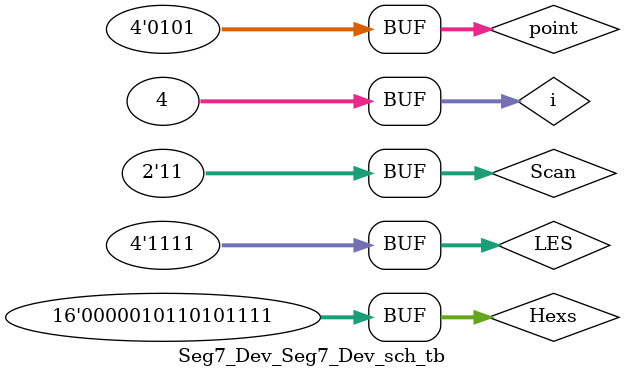
<source format=v>

`timescale 1ns / 1ps

module Seg7_Dev_Seg7_Dev_sch_tb();

// Inputs
   reg [1:0] Scan;
   reg [15:0] Hexs;
   reg [3:0] point;
   reg [3:0] LES;

// Output
   wire [3:0] AN;
   wire [7:0] SEGMENT;

// Bidirs

// Instantiate the UUT
   Seg7_Dev UUT (
		.AN(AN), 
		.SEGMENT(SEGMENT), 
		.Scan(Scan), 
		.Hexs(Hexs), 
		.point(point), 
		.LES(LES)
   );
// Initialize Inputs
   `ifdef auto_init
       initial begin
		Scan = 0;
		Hexs = 0;
		point = 0;
		LES = 0;
   `endif
	
	integer i;
	initial begin
		Hexs = 16'h05AF;
		point = 4'b0101;
		LES = 4'b0000;
		for(i = 0; i < 4; i = i + 1) begin
			#50;
			Scan = i;
		end
		LES = 4'b1111;
		for(i = 0; i < 4; i = i + 1) begin
			#50;
			Scan = i;
		end		
	end

endmodule

</source>
